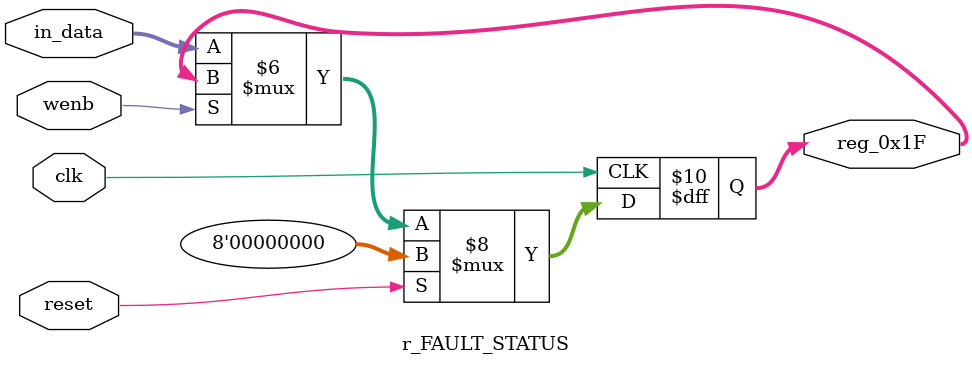
<source format=v>
module r_FAULT_STATUS(output reg [7:0] reg_0x1F, input wire reset, input wire wenb, input wire [7:0] in_data, input wire clk);
	always@(posedge clk)
	begin
		if(reset==0) begin
			if(wenb==0)
				reg_0x1F<=in_data;
			else
				reg_0x1F<=reg_0x1F;
		end
		else
			reg_0x1F<=8'h00;
	end
endmodule
</source>
